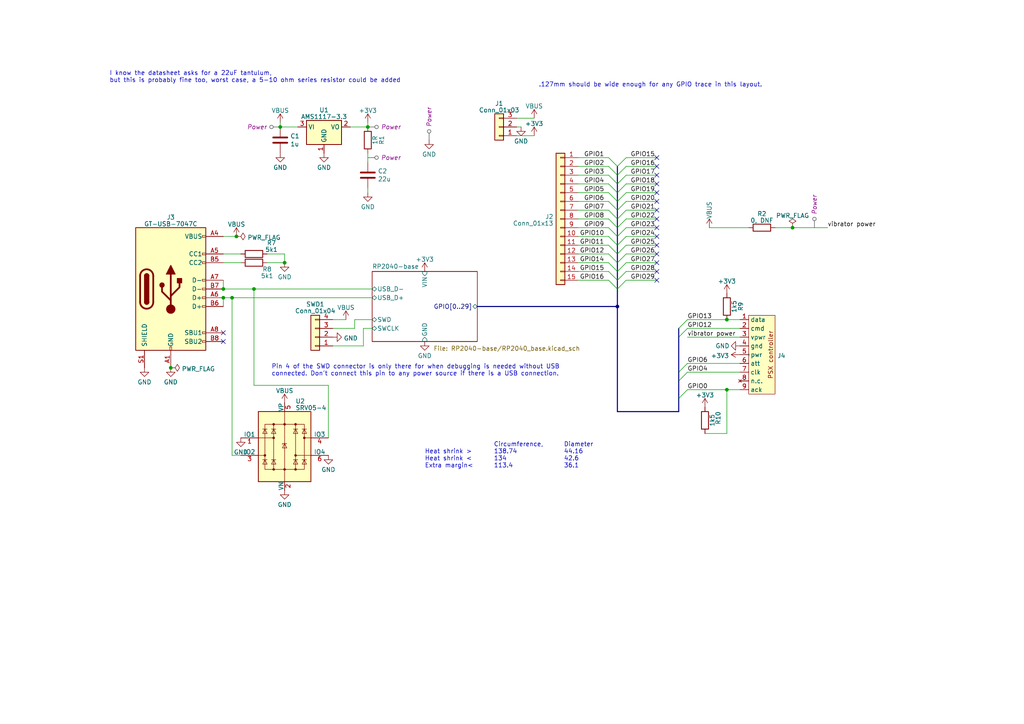
<source format=kicad_sch>
(kicad_sch (version 20230121) (generator eeschema)
  (paper "A4")
  (title_block (title "playstation adapter") (date "2023-07-30") (rev "0.9") (company "git@github.com:TT-392/playstation_adapter.git"))
  (lib_symbols
    (symbol "Connector:USB_C_Receptacle_USB2.0" (pin_names (offset 1.016))
      (property "Reference" "J" (at -10.16 19.05 0))
      (property "Value" "USB_C_Receptacle_USB2.0" (at 19.05 19.05 0))
      (symbol "USB_C_Receptacle_USB2.0_0_0"
        (rectangle (start -0.254 -17.78) (end 0.254 -16.764))
        (rectangle (start 10.16 -14.986) (end 9.144 -15.494))
        (rectangle (start 10.16 -12.446) (end 9.144 -12.954))
        (rectangle (start 10.16 -4.826) (end 9.144 -5.334))
        (rectangle (start 10.16 -2.286) (end 9.144 -2.794))
        (rectangle (start 10.16 0.254) (end 9.144 -0.254))
        (rectangle (start 10.16 2.794) (end 9.144 2.286))
        (rectangle (start 10.16 7.874) (end 9.144 7.366))
        (rectangle (start 10.16 10.414) (end 9.144 9.906))
        (rectangle (start 10.16 15.494) (end 9.144 14.986))
      )
      (symbol "USB_C_Receptacle_USB2.0_0_1"
        (rectangle (start -10.16 17.78) (end 10.16 -17.78) (stroke (width 0.254)) (fill (type background)))
        (arc (start -8.89 -3.81) (mid -6.985 -5.7067) (end -5.08 -3.81) (stroke (width 0.508)))
        (arc (start -7.62 -3.81) (mid -6.985 -4.4423) (end -6.35 -3.81) (stroke (width 0.254)))
        (arc (start -7.62 -3.81) (mid -6.985 -4.4423) (end -6.35 -3.81) (stroke (width 0.254)) (fill (type outline)))
        (rectangle (start -7.62 -3.81) (end -6.35 3.81) (stroke (width 0.254)) (fill (type outline)))
        (arc (start -6.35 3.81) (mid -6.985 4.4423) (end -7.62 3.81) (stroke (width 0.254)))
        (arc (start -6.35 3.81) (mid -6.985 4.4423) (end -7.62 3.81) (stroke (width 0.254)) (fill (type outline)))
        (arc (start -5.08 3.81) (mid -6.985 5.7067) (end -8.89 3.81) (stroke (width 0.508)))
        (circle (center -2.54 1.143) (radius 0.635) (stroke (width 0.254)) (fill (type outline)))
        (circle (center 0 -5.842) (radius 1.27) (fill (type outline)))
        (polyline (pts (xy -8.89 -3.81) (xy -8.89 3.81)) (stroke (width 0.508)))
        (polyline (pts (xy -5.08 3.81) (xy -5.08 -3.81)) (stroke (width 0.508)))
        (polyline (pts (xy 0 -5.842) (xy 0 4.318)) (stroke (width 0.508)))
        (polyline (pts (xy 0 -3.302) (xy -2.54 -0.762) (xy -2.54 0.508)) (stroke (width 0.508)))
        (polyline (pts (xy 0 -2.032) (xy 2.54 0.508) (xy 2.54 1.778)) (stroke (width 0.508)))
        (polyline (pts (xy -1.27 4.318) (xy 0 6.858) (xy 1.27 4.318) (xy -1.27 4.318)) (stroke (width 0.254)) (fill (type outline)))
        (rectangle (start 1.905 1.778) (end 3.175 3.048) (stroke (width 0.254)) (fill (type outline)))
      )
      (symbol "USB_C_Receptacle_USB2.0_1_1"
        (pin passive line (at 0 -22.86 90) (length 5.08) (name "GND") (number "A1"))
        (pin passive line (at 0 -22.86 90) (length 5.08) hide (name "GND") (number "A12"))
        (pin passive line (at 15.24 15.24 180) (length 5.08) (name "VBUS") (number "A4"))
        (pin bidirectional line (at 15.24 10.16 180) (length 5.08) (name "CC1") (number "A5"))
        (pin bidirectional line (at 15.24 -2.54 180) (length 5.08) (name "D+") (number "A6"))
        (pin bidirectional line (at 15.24 2.54 180) (length 5.08) (name "D-") (number "A7"))
        (pin bidirectional line (at 15.24 -12.7 180) (length 5.08) (name "SBU1") (number "A8"))
        (pin passive line (at 15.24 15.24 180) (length 5.08) hide (name "VBUS") (number "A9"))
        (pin passive line (at 0 -22.86 90) (length 5.08) hide (name "GND") (number "B1"))
        (pin passive line (at 0 -22.86 90) (length 5.08) hide (name "GND") (number "B12"))
        (pin passive line (at 15.24 15.24 180) (length 5.08) hide (name "VBUS") (number "B4"))
        (pin bidirectional line (at 15.24 7.62 180) (length 5.08) (name "CC2") (number "B5"))
        (pin bidirectional line (at 15.24 -5.08 180) (length 5.08) (name "D+") (number "B6"))
        (pin bidirectional line (at 15.24 0 180) (length 5.08) (name "D-") (number "B7"))
        (pin bidirectional line (at 15.24 -15.24 180) (length 5.08) (name "SBU2") (number "B8"))
        (pin passive line (at 15.24 15.24 180) (length 5.08) hide (name "VBUS") (number "B9"))
        (pin passive line (at -7.62 -22.86 90) (length 5.08) (name "SHIELD") (number "S1"))
      )
    )
    (symbol "Connector_Generic:Conn_01x03" (pin_names (offset 1.016) hide)
      (property "Reference" "J" (at 0 5.08 0))
      (property "Value" "Conn_01x03" (at 0 -5.08 0))
      (symbol "Conn_01x03_1_1"
        (rectangle (start -1.27 -2.413) (end 0 -2.667) (stroke (width 0.1524)))
        (rectangle (start -1.27 0.127) (end 0 -0.127) (stroke (width 0.1524)))
        (rectangle (start -1.27 2.667) (end 0 2.413) (stroke (width 0.1524)))
        (rectangle (start -1.27 3.81) (end 1.27 -3.81) (stroke (width 0.254)) (fill (type background)))
        (pin passive line (at -5.08 2.54 0) (length 3.81) (name "Pin_1") (number "1"))
        (pin passive line (at -5.08 0 0) (length 3.81) (name "Pin_2") (number "2"))
        (pin passive line (at -5.08 -2.54 0) (length 3.81) (name "Pin_3") (number "3"))
      )
    )
    (symbol "Connector_Generic:Conn_01x04" (pin_names (offset 1.016) hide)
      (property "Reference" "J" (at 0 5.08 0))
      (property "Value" "Conn_01x04" (at 0 -7.62 0))
      (symbol "Conn_01x04_1_1"
        (rectangle (start -1.27 -4.953) (end 0 -5.207) (stroke (width 0.1524)))
        (rectangle (start -1.27 -2.413) (end 0 -2.667) (stroke (width 0.1524)))
        (rectangle (start -1.27 0.127) (end 0 -0.127) (stroke (width 0.1524)))
        (rectangle (start -1.27 2.667) (end 0 2.413) (stroke (width 0.1524)))
        (rectangle (start -1.27 3.81) (end 1.27 -6.35) (stroke (width 0.254)) (fill (type background)))
        (pin passive line (at -5.08 2.54 0) (length 3.81) (name "Pin_1") (number "1"))
        (pin passive line (at -5.08 0 0) (length 3.81) (name "Pin_2") (number "2"))
        (pin passive line (at -5.08 -2.54 0) (length 3.81) (name "Pin_3") (number "3"))
        (pin passive line (at -5.08 -5.08 0) (length 3.81) (name "Pin_4") (number "4"))
      )
    )
    (symbol "Connector_Generic:Conn_01x15" (pin_names (offset 1.016) hide)
      (property "Reference" "J" (at 0 20.32 0))
      (property "Value" "Conn_01x15" (at 0 -20.32 0))
      (symbol "Conn_01x15_1_1"
        (rectangle (start -1.27 -17.653) (end 0 -17.907) (stroke (width 0.1524)))
        (rectangle (start -1.27 -15.113) (end 0 -15.367) (stroke (width 0.1524)))
        (rectangle (start -1.27 -12.573) (end 0 -12.827) (stroke (width 0.1524)))
        (rectangle (start -1.27 -10.033) (end 0 -10.287) (stroke (width 0.1524)))
        (rectangle (start -1.27 -7.493) (end 0 -7.747) (stroke (width 0.1524)))
        (rectangle (start -1.27 -4.953) (end 0 -5.207) (stroke (width 0.1524)))
        (rectangle (start -1.27 -2.413) (end 0 -2.667) (stroke (width 0.1524)))
        (rectangle (start -1.27 0.127) (end 0 -0.127) (stroke (width 0.1524)))
        (rectangle (start -1.27 2.667) (end 0 2.413) (stroke (width 0.1524)))
        (rectangle (start -1.27 5.207) (end 0 4.953) (stroke (width 0.1524)))
        (rectangle (start -1.27 7.747) (end 0 7.493) (stroke (width 0.1524)))
        (rectangle (start -1.27 10.287) (end 0 10.033) (stroke (width 0.1524)))
        (rectangle (start -1.27 12.827) (end 0 12.573) (stroke (width 0.1524)))
        (rectangle (start -1.27 15.367) (end 0 15.113) (stroke (width 0.1524)))
        (rectangle (start -1.27 17.907) (end 0 17.653) (stroke (width 0.1524)))
        (rectangle (start -1.27 19.05) (end 1.27 -19.05) (stroke (width 0.254)) (fill (type background)))
        (pin passive line (at -5.08 17.78 0) (length 3.81) (name "Pin_1") (number "1"))
        (pin passive line (at -5.08 -5.08 0) (length 3.81) (name "Pin_10") (number "10"))
        (pin passive line (at -5.08 -7.62 0) (length 3.81) (name "Pin_11") (number "11"))
        (pin passive line (at -5.08 -10.16 0) (length 3.81) (name "Pin_12") (number "12"))
        (pin passive line (at -5.08 -12.7 0) (length 3.81) (name "Pin_13") (number "13"))
        (pin passive line (at -5.08 -15.24 0) (length 3.81) (name "Pin_14") (number "14"))
        (pin passive line (at -5.08 -17.78 0) (length 3.81) (name "Pin_15") (number "15"))
        (pin passive line (at -5.08 15.24 0) (length 3.81) (name "Pin_2") (number "2"))
        (pin passive line (at -5.08 12.7 0) (length 3.81) (name "Pin_3") (number "3"))
        (pin passive line (at -5.08 10.16 0) (length 3.81) (name "Pin_4") (number "4"))
        (pin passive line (at -5.08 7.62 0) (length 3.81) (name "Pin_5") (number "5"))
        (pin passive line (at -5.08 5.08 0) (length 3.81) (name "Pin_6") (number "6"))
        (pin passive line (at -5.08 2.54 0) (length 3.81) (name "Pin_7") (number "7"))
        (pin passive line (at -5.08 0 0) (length 3.81) (name "Pin_8") (number "8"))
        (pin passive line (at -5.08 -2.54 0) (length 3.81) (name "Pin_9") (number "9"))
      )
    )
    (symbol "Device:C" (pin_numbers hide) (pin_names (offset 0.254))
      (property "Reference" "C" (at 0.635 2.54 0))
      (property "Value" "C" (at 0.635 -2.54 0))
      (symbol "C_0_1"
        (polyline (pts (xy -2.032 -0.762) (xy 2.032 -0.762)) (stroke (width 0.508)))
        (polyline (pts (xy -2.032 0.762) (xy 2.032 0.762)) (stroke (width 0.508)))
      )
      (symbol "C_1_1"
        (pin passive line (at 0 3.81 270) (length 2.794) (name "~") (number "1"))
        (pin passive line (at 0 -3.81 90) (length 2.794) (name "~") (number "2"))
      )
    )
    (symbol "Device:R" (pin_numbers hide) (pin_names (offset 0))
      (property "Reference" "R" (at 2.032 0 90))
      (property "Value" "R" (at 0 0 90))
      (symbol "R_0_1"
        (rectangle (start -1.016 -2.54) (end 1.016 2.54) (stroke (width 0.254)))
      )
      (symbol "R_1_1"
        (pin passive line (at 0 3.81 270) (length 1.27) (name "~") (number "1"))
        (pin passive line (at 0 -3.81 90) (length 1.27) (name "~") (number "2"))
      )
    )
    (symbol "Power_Protection:SRV05-4" (pin_names (offset 0))
      (property "Reference" "U" (at -5.08 11.43 0))
      (property "Value" "SRV05-4" (at 2.54 11.43 0))
      (symbol "SRV05-4_0_0"
        (rectangle (start -5.715 6.477) (end 5.715 -6.604))
        (polyline (pts (xy -3.175 -6.604) (xy -3.175 6.477)))
        (polyline (pts (xy 3.175 6.477) (xy 3.175 -6.604)))
      )
      (symbol "SRV05-4_0_1"
        (rectangle (start -7.62 10.16) (end 7.62 -10.16) (stroke (width 0.254)) (fill (type background)))
        (circle (center -5.715 -2.54) (radius 0.2794) (fill (type outline)))
        (circle (center -3.175 -6.604) (radius 0.2794) (fill (type outline)))
        (circle (center -3.175 2.54) (radius 0.2794) (fill (type outline)))
        (circle (center -3.175 6.477) (radius 0.2794) (fill (type outline)))
        (circle (center 0 -6.604) (radius 0.2794) (fill (type outline)))
        (polyline (pts (xy -7.747 2.54) (xy -3.175 2.54)))
        (polyline (pts (xy -7.62 -2.54) (xy -5.715 -2.54)))
        (polyline (pts (xy -5.08 -3.81) (xy -6.35 -3.81)))
        (polyline (pts (xy -5.08 5.08) (xy -6.35 5.08)))
        (polyline (pts (xy -2.54 -3.81) (xy -3.81 -3.81)))
        (polyline (pts (xy -2.54 5.08) (xy -3.81 5.08)))
        (polyline (pts (xy 0 10.16) (xy 0 -10.16)))
        (polyline (pts (xy 3.81 -3.81) (xy 2.54 -3.81)))
        (polyline (pts (xy 3.81 5.08) (xy 2.54 5.08)))
        (polyline (pts (xy 6.35 -3.81) (xy 5.08 -3.81)))
        (polyline (pts (xy 6.35 5.08) (xy 5.08 5.08)))
        (polyline (pts (xy 7.62 -2.54) (xy 3.175 -2.54)))
        (polyline (pts (xy 7.62 2.54) (xy 5.715 2.54)))
        (polyline (pts (xy 0.635 0.889) (xy -0.635 0.889) (xy -0.635 0.635)))
        (polyline (pts (xy -5.08 -5.08) (xy -6.35 -5.08) (xy -5.715 -3.81) (xy -5.08 -5.08)))
        (polyline (pts (xy -5.08 3.81) (xy -6.35 3.81) (xy -5.715 5.08) (xy -5.08 3.81)))
        (polyline (pts (xy -2.54 -5.08) (xy -3.81 -5.08) (xy -3.175 -3.81) (xy -2.54 -5.08)))
        (polyline (pts (xy -2.54 3.81) (xy -3.81 3.81) (xy -3.175 5.08) (xy -2.54 3.81)))
        (polyline (pts (xy 0.635 -0.381) (xy -0.635 -0.381) (xy 0 0.889) (xy 0.635 -0.381)))
        (polyline (pts (xy 3.81 -5.08) (xy 2.54 -5.08) (xy 3.175 -3.81) (xy 3.81 -5.08)))
        (polyline (pts (xy 3.81 3.81) (xy 2.54 3.81) (xy 3.175 5.08) (xy 3.81 3.81)))
        (polyline (pts (xy 6.35 -5.08) (xy 5.08 -5.08) (xy 5.715 -3.81) (xy 6.35 -5.08)))
        (polyline (pts (xy 6.35 3.81) (xy 5.08 3.81) (xy 5.715 5.08) (xy 6.35 3.81)))
        (circle (center 0 6.477) (radius 0.2794) (fill (type outline)))
        (circle (center 3.175 -6.604) (radius 0.2794) (fill (type outline)))
        (circle (center 3.175 -2.54) (radius 0.2794) (fill (type outline)))
        (circle (center 3.175 6.477) (radius 0.2794) (fill (type outline)))
        (circle (center 5.715 2.54) (radius 0.2794) (fill (type outline)))
      )
      (symbol "SRV05-4_1_1"
        (pin passive line (at -12.7 2.54 0) (length 5.08) (name "IO1") (number "1"))
        (pin passive line (at 0 -12.7 90) (length 2.54) (name "VN") (number "2"))
        (pin passive line (at -12.7 -2.54 0) (length 5.08) (name "IO2") (number "3"))
        (pin passive line (at 12.7 2.54 180) (length 5.08) (name "IO3") (number "4"))
        (pin passive line (at 0 12.7 270) (length 2.54) (name "VP") (number "5"))
        (pin passive line (at 12.7 -2.54 180) (length 5.08) (name "IO4") (number "6"))
      )
    )
    (symbol "Regulator_Linear:AMS1117-3.3"
      (property "Reference" "U" (at -3.81 3.175 0))
      (property "Value" "AMS1117-3.3" (at 0 3.175 0))
      (symbol "AMS1117-3.3_0_1"
        (rectangle (start -5.08 -5.08) (end 5.08 1.905) (stroke (width 0.254)) (fill (type background)))
      )
      (symbol "AMS1117-3.3_1_1"
        (pin power_in line (at 0 -7.62 90) (length 2.54) (name "GND") (number "1"))
        (pin power_out line (at 7.62 0 180) (length 2.54) (name "VO") (number "2"))
        (pin power_in line (at -7.62 0 0) (length 2.54) (name "VI") (number "3"))
      )
    )
    (symbol "playstation_adapter:PSX_port"
      (property "Reference" "J" (at 0 8.89 0))
      (symbol "PSX_port_1_1"
        (rectangle (start -11.43 7.62) (end 11.43 0) (fill (type background)))
        (text "PSX controller" (at 0 6.35 0) (effects (font (size 1.27 1.27))))
        (pin open_collector line (at -10.16 -2.54 90) (length 2.54) (name "data") (number "1"))
        (pin output line (at -7.62 -2.54 90) (length 2.54) (name "cmd") (number "2"))
        (pin power_in line (at -5.08 -2.54 90) (length 2.54) (name "vpwr") (number "3"))
        (pin power_in line (at -2.54 -2.54 90) (length 2.54) (name "gnd") (number "4"))
        (pin power_in line (at 0 -2.54 90) (length 2.54) (name "pwr") (number "5"))
        (pin input line (at 2.54 -2.54 90) (length 2.54) (name "att") (number "6"))
        (pin input line (at 5.08 -2.54 90) (length 2.54) (name "clk") (number "7"))
        (pin no_connect line (at 7.62 -2.54 90) (length 2.54) (name "n.c.") (number "8"))
        (pin open_collector line (at 10.16 -2.54 90) (length 2.54) (name "ack") (number "9"))
      )
    )
    (symbol "power:+3V3" (power) (pin_names (offset 0))
      (property "Value" "+3V3" (at 0 3.556 0))
      (symbol "+3V3_0_1"
        (polyline (pts (xy -0.762 1.27) (xy 0 2.54)))
        (polyline (pts (xy 0 0) (xy 0 2.54)))
        (polyline (pts (xy 0 2.54) (xy 0.762 1.27)))
      )
      (symbol "+3V3_1_1"
        (pin power_in line (at 0 0 90) (length 0) hide (name "+3V3") (number "1"))
      )
    )
    (symbol "power:GND" (power) (pin_names (offset 0))
      (property "Value" "GND" (at 0 -3.81 0))
      (symbol "GND_0_1"
        (polyline (pts (xy 0 0) (xy 0 -1.27) (xy 1.27 -1.27) (xy 0 -2.54) (xy -1.27 -1.27) (xy 0 -1.27)))
      )
      (symbol "GND_1_1"
        (pin power_in line (at 0 0 270) (length 0) hide (name "GND") (number "1"))
      )
    )
    (symbol "power:PWR_FLAG" (power) (pin_numbers hide) (pin_names (offset 0) hide)
      (property "Value" "PWR_FLAG" (at 0 3.81 0))
      (symbol "PWR_FLAG_0_0"
        (pin power_out line (at 0 0 90) (length 0) (name "pwr") (number "1"))
      )
      (symbol "PWR_FLAG_0_1"
        (polyline (pts (xy 0 0) (xy 0 1.27) (xy -1.016 1.905) (xy 0 2.54) (xy 1.016 1.905) (xy 0 1.27)))
      )
    )
    (symbol "power:VBUS" (power) (pin_names (offset 0))
      (property "Value" "VBUS" (at 0 3.81 0))
      (symbol "VBUS_0_1"
        (polyline (pts (xy -0.762 1.27) (xy 0 2.54)))
        (polyline (pts (xy 0 0) (xy 0 2.54)))
        (polyline (pts (xy 0 2.54) (xy 0.762 1.27)))
      )
      (symbol "VBUS_1_1"
        (pin power_in line (at 0 0 90) (length 0) hide (name "VBUS") (number "1"))
      )
    )
  )
  (junction (at 49.53 106.68))
  (junction (at 67.31 86.36))
  (junction (at 81.28 36.83))
  (junction (at 73.66 83.82))
  (junction (at 64.77 86.36))
  (junction (at 179.07 88.9))
  (junction (at 82.55 76.2))
  (junction (at 229.87 66.04))
  (junction (at 68.58 68.58))
  (junction (at 64.77 83.82))
  (junction (at 210.82 92.71))
  (junction (at 106.68 36.83))
  (junction (at 210.82 113.03))
  (no_connect (at 190.5 78.74))
  (no_connect (at 190.5 58.42))
  (no_connect (at 190.5 50.8))
  (no_connect (at 64.77 99.06))
  (no_connect (at 190.5 45.72))
  (no_connect (at 190.5 76.2))
  (no_connect (at 190.5 53.34))
  (no_connect (at 190.5 71.12))
  (no_connect (at 190.5 55.88))
  (no_connect (at 190.5 66.04))
  (no_connect (at 64.77 96.52))
  (no_connect (at 190.5 73.66))
  (no_connect (at 190.5 81.28))
  (no_connect (at 190.5 63.5))
  (no_connect (at 190.5 68.58))
  (no_connect (at 190.5 48.26))
  (no_connect (at 190.5 60.96))
  (bus_entry (at 181.61 68.58) (size -2.54 2.54))
  (bus_entry (at 176.53 60.96) (size 2.54 2.54))
  (bus_entry (at 181.61 81.28) (size -2.54 2.54))
  (bus_entry (at 176.53 81.28) (size 2.54 2.54))
  (bus_entry (at 176.53 53.34) (size 2.54 2.54))
  (bus_entry (at 196.85 107.95) (size 2.54 -2.54))
  (bus_entry (at 181.61 45.72) (size -2.54 2.54))
  (bus_entry (at 176.53 63.5) (size 2.54 2.54))
  (bus_entry (at 176.53 73.66) (size 2.54 2.54))
  (bus_entry (at 196.85 95.25) (size 2.54 -2.54))
  (bus_entry (at 181.61 63.5) (size -2.54 2.54))
  (bus_entry (at 181.61 60.96) (size -2.54 2.54))
  (bus_entry (at 176.53 78.74) (size 2.54 2.54))
  (bus_entry (at 181.61 73.66) (size -2.54 2.54))
  (bus_entry (at 181.61 50.8) (size -2.54 2.54))
  (bus_entry (at 176.53 66.04) (size 2.54 2.54))
  (bus_entry (at 176.53 71.12) (size 2.54 2.54))
  (bus_entry (at 176.53 68.58) (size 2.54 2.54))
  (bus_entry (at 176.53 55.88) (size 2.54 2.54))
  (bus_entry (at 181.61 48.26) (size -2.54 2.54))
  (bus_entry (at 181.61 55.88) (size -2.54 2.54))
  (bus_entry (at 196.85 110.49) (size 2.54 -2.54))
  (bus_entry (at 181.61 78.74) (size -2.54 2.54))
  (bus_entry (at 181.61 53.34) (size -2.54 2.54))
  (bus_entry (at 176.53 58.42) (size 2.54 2.54))
  (bus_entry (at 176.53 50.8) (size 2.54 2.54))
  (bus_entry (at 181.61 58.42) (size -2.54 2.54))
  (bus_entry (at 181.61 76.2) (size -2.54 2.54))
  (bus_entry (at 181.61 66.04) (size -2.54 2.54))
  (bus_entry (at 176.53 45.72) (size 2.54 2.54))
  (bus_entry (at 176.53 48.26) (size 2.54 2.54))
  (bus_entry (at 176.53 76.2) (size 2.54 2.54))
  (bus_entry (at 196.85 115.57) (size 2.54 -2.54))
  (bus_entry (at 196.85 97.79) (size 2.54 -2.54))
  (bus_entry (at 181.61 71.12) (size -2.54 2.54))
  (wire (pts (xy 64.77 86.36) (xy 64.77 88.9)))
  (wire (pts (xy 106.68 35.56) (xy 106.68 36.83)))
  (bus (pts (xy 179.07 78.74) (xy 179.07 81.28)))
  (bus (pts (xy 179.07 58.42) (xy 179.07 60.96)))
  (bus (pts (xy 196.85 107.95) (xy 196.85 110.49)))
  (bus (pts (xy 179.07 88.9) (xy 179.07 119.38)))
  (wire (pts (xy 181.61 66.04) (xy 190.5 66.04)))
  (wire (pts (xy 167.64 71.12) (xy 176.53 71.12)))
  (wire (pts (xy 181.61 71.12) (xy 190.5 71.12)))
  (wire (pts (xy 224.79 66.04) (xy 229.87 66.04)))
  (bus (pts (xy 179.07 68.58) (xy 179.07 71.12)))
  (wire (pts (xy 106.68 36.83) (xy 101.6 36.83)))
  (wire (pts (xy 73.66 83.82) (xy 73.66 111.76)))
  (wire (pts (xy 210.82 113.03) (xy 214.63 113.03)))
  (wire (pts (xy 181.61 73.66) (xy 190.5 73.66)))
  (wire (pts (xy 181.61 48.26) (xy 190.5 48.26)))
  (wire (pts (xy 181.61 50.8) (xy 190.5 50.8)))
  (wire (pts (xy 102.87 95.25) (xy 102.87 92.71)))
  (wire (pts (xy 199.39 107.95) (xy 214.63 107.95)))
  (wire (pts (xy 181.61 68.58) (xy 190.5 68.58)))
  (wire (pts (xy 181.61 58.42) (xy 190.5 58.42)))
  (bus (pts (xy 196.85 95.25) (xy 196.85 97.79)))
  (wire (pts (xy 181.61 76.2) (xy 190.5 76.2)))
  (wire (pts (xy 64.77 73.66) (xy 69.85 73.66)))
  (wire (pts (xy 64.77 76.2) (xy 69.85 76.2)))
  (wire (pts (xy 181.61 53.34) (xy 190.5 53.34)))
  (wire (pts (xy 105.41 100.33) (xy 96.52 100.33)))
  (wire (pts (xy 106.68 46.99) (xy 106.68 44.45)))
  (bus (pts (xy 196.85 97.79) (xy 196.85 107.95)))
  (wire (pts (xy 77.47 76.2) (xy 82.55 76.2)))
  (bus (pts (xy 138.43 88.9) (xy 179.07 88.9)))
  (wire (pts (xy 67.31 86.36) (xy 107.95 86.36)))
  (wire (pts (xy 167.64 60.96) (xy 176.53 60.96)))
  (wire (pts (xy 167.64 73.66) (xy 176.53 73.66)))
  (bus (pts (xy 179.07 83.82) (xy 179.07 88.9)))
  (wire (pts (xy 96.52 95.25) (xy 102.87 95.25)))
  (wire (pts (xy 67.31 86.36) (xy 67.31 132.08)))
  (bus (pts (xy 179.07 81.28) (xy 179.07 83.82)))
  (wire (pts (xy 199.39 105.41) (xy 214.63 105.41)))
  (wire (pts (xy 181.61 60.96) (xy 190.5 60.96)))
  (wire (pts (xy 167.64 53.34) (xy 176.53 53.34)))
  (wire (pts (xy 64.77 86.36) (xy 67.31 86.36)))
  (wire (pts (xy 167.64 58.42) (xy 176.53 58.42)))
  (bus (pts (xy 179.07 76.2) (xy 179.07 78.74)))
  (bus (pts (xy 179.07 63.5) (xy 179.07 66.04)))
  (bus (pts (xy 179.07 119.38) (xy 196.85 119.38)))
  (bus (pts (xy 196.85 115.57) (xy 196.85 119.38)))
  (wire (pts (xy 199.39 97.79) (xy 214.63 97.79)))
  (bus (pts (xy 179.07 50.8) (xy 179.07 53.34)))
  (wire (pts (xy 102.87 92.71) (xy 107.95 92.71)))
  (wire (pts (xy 181.61 63.5) (xy 190.5 63.5)))
  (bus (pts (xy 179.07 60.96) (xy 179.07 63.5)))
  (wire (pts (xy 199.39 95.25) (xy 214.63 95.25)))
  (wire (pts (xy 149.86 36.83) (xy 151.13 36.83)))
  (wire (pts (xy 167.64 50.8) (xy 176.53 50.8)))
  (wire (pts (xy 106.68 55.88) (xy 106.68 54.61)))
  (wire (pts (xy 181.61 78.74) (xy 190.5 78.74)))
  (wire (pts (xy 149.86 34.29) (xy 154.94 34.29)))
  (wire (pts (xy 107.95 95.25) (xy 105.41 95.25)))
  (bus (pts (xy 179.07 53.34) (xy 179.07 55.88)))
  (wire (pts (xy 210.82 92.71) (xy 214.63 92.71)))
  (wire (pts (xy 68.58 68.58) (xy 64.77 68.58)))
  (wire (pts (xy 64.77 83.82) (xy 73.66 83.82)))
  (wire (pts (xy 167.64 76.2) (xy 176.53 76.2)))
  (wire (pts (xy 149.86 39.37) (xy 154.94 39.37)))
  (wire (pts (xy 167.64 55.88) (xy 176.53 55.88)))
  (bus (pts (xy 196.85 110.49) (xy 196.85 115.57)))
  (wire (pts (xy 199.39 92.71) (xy 210.82 92.71)))
  (wire (pts (xy 167.64 81.28) (xy 176.53 81.28)))
  (bus (pts (xy 179.07 48.26) (xy 179.07 50.8)))
  (wire (pts (xy 167.64 63.5) (xy 176.53 63.5)))
  (wire (pts (xy 95.25 127) (xy 95.25 111.76)))
  (wire (pts (xy 64.77 81.28) (xy 64.77 83.82)))
  (wire (pts (xy 86.36 36.83) (xy 81.28 36.83)))
  (bus (pts (xy 179.07 55.88) (xy 179.07 58.42)))
  (wire (pts (xy 181.61 45.72) (xy 190.5 45.72)))
  (wire (pts (xy 82.55 73.66) (xy 82.55 76.2)))
  (wire (pts (xy 73.66 83.82) (xy 107.95 83.82)))
  (bus (pts (xy 179.07 66.04) (xy 179.07 68.58)))
  (wire (pts (xy 105.41 95.25) (xy 105.41 100.33)))
  (wire (pts (xy 67.31 132.08) (xy 69.85 132.08)))
  (wire (pts (xy 210.82 113.03) (xy 210.82 125.73)))
  (wire (pts (xy 167.64 68.58) (xy 176.53 68.58)))
  (wire (pts (xy 210.82 125.73) (xy 204.47 125.73)))
  (wire (pts (xy 167.64 48.26) (xy 176.53 48.26)))
  (wire (pts (xy 205.74 66.04) (xy 217.17 66.04)))
  (wire (pts (xy 181.61 55.88) (xy 190.5 55.88)))
  (wire (pts (xy 229.87 66.04) (xy 240.03 66.04)))
  (wire (pts (xy 81.28 36.83) (xy 81.28 35.56)))
  (wire (pts (xy 82.55 73.66) (xy 77.47 73.66)))
  (wire (pts (xy 199.39 113.03) (xy 210.82 113.03)))
  (bus (pts (xy 179.07 73.66) (xy 179.07 76.2)))
  (wire (pts (xy 167.64 66.04) (xy 176.53 66.04)))
  (wire (pts (xy 95.25 111.76) (xy 73.66 111.76)))
  (wire (pts (xy 181.61 81.28) (xy 190.5 81.28)))
  (wire (pts (xy 96.52 92.71) (xy 100.33 92.71)))
  (wire (pts (xy 167.64 45.72) (xy 176.53 45.72)))
  (wire (pts (xy 167.64 78.74) (xy 176.53 78.74)))
  (bus (pts (xy 179.07 71.12) (xy 179.07 73.66)))
  (text "Pin 4 of the SWD connector is only there for when debugging is needed without USB\nconnected. Don't connect this pin to any power source if there is a USB connection." (at 78.74 109.22 0) (effects (font (size 1.27 1.27)) (justify left bottom)))
  (text "			  	Circumference,	Diameter\nHeat shrink >	138.74			44.16\nHeat shrink < 	134				42.6\nExtra margin<	113.4			36.1" (at 123.19 135.89 0) (effects (font (size 1.27 1.27)) (justify left bottom)))
  (text "I know the datasheet asks for a 22uF tantulum,\nbut this is probably fine too, worst case, a 5-10 ohm series resistor could be added" (at 31.75 24.13 0) (effects (font (size 1.27 1.27)) (justify left bottom)))
  (text ".127mm should be wide enough for any GPIO trace in this layout." (at 156.21 25.4 0) (effects (font (size 1.27 1.27)) (justify left bottom)))
  (label "GPIO2" (at 175.26 48.26 180))
  (label "GPIO5" (at 175.26 55.88 180))
  (label "GPIO28" (at 182.88 78.74 0))
  (label "GPIO12" (at 175.26 73.66 180))
  (label "GPIO20" (at 182.88 58.42 0))
  (label "GPIO22" (at 182.88 63.5 0))
  (label "GPIO0" (at 199.39 113.03 0))
  (label "GPIO1" (at 175.26 45.72 180))
  (label "GPIO3" (at 175.26 50.8 180))
  (label "GPIO15" (at 175.26 78.74 180))
  (label "GPIO6" (at 175.26 58.42 180))
  (label "GPIO27" (at 182.88 76.2 0))
  (label "GPIO12" (at 199.39 95.25 0))
  (label "vibrator power" (at 240.03 66.04 0))
  (label "GPIO25" (at 182.88 71.12 0))
  (label "GPIO4" (at 175.26 53.34 180))
  (label "GPIO11" (at 175.26 71.12 180))
  (label "GPIO15" (at 182.88 45.72 0))
  (label "GPIO10" (at 175.26 68.58 180))
  (label "GPIO29" (at 182.88 81.28 0))
  (label "GPIO21" (at 182.88 60.96 0))
  (label "GPIO16" (at 182.88 48.26 0))
  (label "GPIO9" (at 175.26 66.04 180))
  (label "GPIO4" (at 199.39 107.95 0))
  (label "GPIO18" (at 182.88 53.34 0))
  (label "GPIO23" (at 182.88 66.04 0))
  (label "vibrator power" (at 199.39 97.79 0))
  (label "GPIO16" (at 175.26 81.28 180))
  (label "GPIO17" (at 182.88 50.8 0))
  (label "GPIO8" (at 175.26 63.5 180))
  (label "GPIO13" (at 199.39 92.71 0))
  (label "GPIO19" (at 182.88 55.88 0))
  (label "GPIO14" (at 175.26 76.2 180))
  (label "GPIO24" (at 182.88 68.58 0))
  (label "GPIO6" (at 199.39 105.41 0))
  (label "GPIO26" (at 182.88 73.66 0))
  (label "GPIO7" (at 175.26 60.96 180))
  (netclass_flag "" (length 2.54) (shape round) (at 81.28 36.83 90) (property "Netclass" "Power" (at 77.47 36.83 0) (effects (font italic) (justify right))))
  (netclass_flag "" (length 2.54) (shape round) (at 106.68 36.83 270) (property "Netclass" "Power" (at 110.49 36.83 0) (effects (font italic) (justify left))))
  (netclass_flag "" (length 2.54) (shape round) (at 106.68 45.72 270) (property "Netclass" "Power" (at 110.49 45.72 0) (effects (font italic) (justify left))))
  (netclass_flag "" (length 2.54) (shape round) (at 236.22 66.04 0) (property "Netclass" "Power" (at 236.22 62.23 90) (effects (font italic) (justify left))))
  (netclass_flag "" (length 2.54) (shape round) (at 124.46 40.64 0) (property "Netclass" "Power" (at 124.46 36.83 90) (effects (font italic) (justify left))))
  (symbol (lib_id "power:VBUS") (at 205.74 66.04 0) (unit 1)
    (property "Reference" "#PWR010" (effects hide))
    (property "Value" "VBUS" (at 205.74 60.96 90))
  )
  (symbol (lib_id "power:VBUS") (at 100.33 92.71 0) (unit 1)
    (property "Reference" "#PWR015" (effects hide))
    (property "Value" "VBUS" (at 100.33 89.2081 0))
  )
  (symbol (lib_id "playstation_adapter:PSX_port") (at 217.17 102.87 270) (unit 1)
    (property "Reference" "J4" (at 225.425 103.1868 90) (effects (justify left)))
    (property "Value" "~" (at 217.17 102.87 0))
    (property "Footprint" "footprints:PSX port" (effects hide))
  )
  (symbol (lib_id "Connector_Generic:Conn_01x04") (at 91.44 97.79 180) (unit 1)
    (property "Reference" "SWD1" (at 91.44 88.249 0))
    (property "Value" "Conn_01x04" (at 91.44 90.17 0))
    (property "Footprint" "footprints:REDFIT 4 pin" (effects hide))
  )
  (symbol (lib_id "power:+3V3") (at 204.47 118.11 0) (unit 1)
    (property "Reference" "#PWR023" (effects hide))
    (property "Value" "+3V3" (at 204.47 114.6081 0))
  )
  (symbol (lib_id "power:GND") (at 69.85 127 0) (unit 1)
    (property "Reference" "#PWR024" (effects hide))
    (property "Value" "GND" (at 69.85 131.1355 0))
  )
  (symbol (lib_id "power:GND") (at 95.25 132.08 0) (unit 1)
    (property "Reference" "#PWR025" (effects hide))
    (property "Value" "GND" (at 95.25 136.2155 0))
  )
  (symbol (lib_id "Device:C") (at 81.28 40.64 0) (unit 1)
    (property "Reference" "C1" (at 84.201 39.4716 0) (effects (justify left)))
    (property "Value" "1u" (at 84.201 41.783 0) (effects (justify left)))
    (property "Footprint" "Capacitor_SMD:C_0603_1608Metric" (effects hide))
  )
  (symbol (lib_id "power:GND") (at 93.98 44.45 0) (unit 1)
    (property "Reference" "#PWR08" (effects hide))
    (property "Value" "GND" (at 93.98 48.5855 0))
  )
  (symbol (lib_id "power:GND") (at 82.55 76.2 0) (unit 1)
    (property "Reference" "#PWR012" (effects hide))
    (property "Value" "GND" (at 82.55 80.3355 0))
  )
  (symbol (lib_id "Device:R") (at 220.98 66.04 90) (unit 1)
    (property "Reference" "R2" (at 220.98 62.0141 90))
    (property "Value" "0, DNF" (at 220.98 63.9351 90))
    (property "Footprint" "Resistor_SMD:R_0805_2012Metric" (effects hide))
  )
  (symbol (lib_id "power:VBUS") (at 154.94 34.29 0) (unit 1)
    (property "Reference" "#PWR01" (effects hide))
    (property "Value" "VBUS" (at 154.94 30.7881 0))
  )
  (symbol (lib_id "power:+3V3") (at 106.68 35.56 0) (unit 1)
    (property "Reference" "#PWR03" (effects hide))
    (property "Value" "+3V3" (at 106.68 32.0581 0))
  )
  (symbol (lib_id "power:+3V3") (at 210.82 85.09 0) (unit 1)
    (property "Reference" "#PWR014" (effects hide))
    (property "Value" "+3V3" (at 210.82 81.5881 0))
  )
  (symbol (lib_id "power:VBUS") (at 81.28 35.56 0) (unit 1)
    (property "Reference" "#PWR02" (effects hide))
    (property "Value" "VBUS" (at 81.28 32.0581 0))
  )
  (symbol (lib_id "power:VBUS") (at 68.58 68.58 0) (unit 1)
    (property "Reference" "#PWR011" (effects hide))
    (property "Value" "VBUS" (at 68.58 65.0781 0))
  )
  (symbol (lib_id "Device:R") (at 73.66 73.66 90) (unit 1)
    (property "Reference" "R7" (at 78.74 70.469 90))
    (property "Value" "5k1" (at 78.74 72.39 90))
    (property "Footprint" "Resistor_SMD:R_0402_1005Metric" (effects hide))
    (property "LCSC" "C25905" (effects hide))
  )
  (symbol (lib_id "Power_Protection:SRV05-4") (at 82.55 129.54 0) (unit 1)
    (property "Reference" "U2" (at 85.6997 116.3701 0) (effects (justify left)))
    (property "Value" "SRV05-4" (at 85.6997 118.2911 0) (effects (justify left)))
    (property "Footprint" "footprints:SOT-23-6_flipped_for_jlcpcb" (effects hide))
    (property "Datasheet" "http://www.onsemi.com/pub/Collateral/SRV05-4-D.PDF" (effects hide))
    (property "LCSC" "C85364" (effects hide))
  )
  (symbol (lib_id "Connector_Generic:Conn_01x15") (at 162.56 63.5 0) (mirror y) (unit 1)
    (property "Reference" "J2" (at 160.528 62.8563 0) (effects (justify left)))
    (property "Value" "Conn_01x13" (at 160.528 64.7773 0) (effects (justify left)))
    (property "Footprint" "footprints:PinHeader_1x15_P2.54mm_Vertical_no_courtyard" (effects hide))
  )
  (symbol (lib_id "Device:R") (at 204.47 121.92 0) (unit 1)
    (property "Reference" "R10" (at 208.28 123.19 90) (effects (justify left)))
    (property "Value" "1k5" (at 206.5749 121.92 90))
    (property "Footprint" "Resistor_SMD:R_0402_1005Metric" (effects hide))
    (property "LCSC" "C25867" (effects hide))
  )
  (symbol (lib_id "Connector:USB_C_Receptacle_USB2.0") (at 49.53 83.82 0) (unit 1)
    (property "Reference" "J3" (at 49.53 63.0301 0))
    (property "Value" "GT-USB-7047C" (at 49.53 64.9511 0))
    (property "Footprint" "footprints:GT-USB-7047C" (effects hide))
    (property "Datasheet" "https://www.usb.org/sites/default/files/documents/usb_type-c.zip" (effects hide))
    (property "LCSC" "C963218" (effects hide))
  )
  (symbol (lib_id "power:GND") (at 124.46 40.64 0) (unit 1)
    (property "Reference" "#PWR06" (effects hide))
    (property "Value" "GND" (at 124.46 44.7755 0))
  )
  (symbol (lib_id "power:GND") (at 151.13 36.83 0) (unit 1)
    (property "Reference" "#PWR04" (effects hide))
    (property "Value" "GND" (at 151.13 40.9655 0))
  )
  (symbol (lib_id "power:VBUS") (at 82.55 116.84 0) (unit 1)
    (property "Reference" "#PWR022" (effects hide))
    (property "Value" "VBUS" (at 82.55 113.3381 0))
  )
  (symbol (lib_id "Device:R") (at 106.68 40.64 0) (unit 1)
    (property "Reference" "R1" (at 110.7059 40.64 90))
    (property "Value" "1R" (at 108.7849 40.64 90))
    (property "Footprint" "Resistor_SMD:R_0603_1608Metric" (effects hide))
    (property "LCSC" "C22936" (effects hide))
  )
  (symbol (lib_id "Regulator_Linear:AMS1117-3.3") (at 93.98 36.83 0) (unit 1)
    (property "Reference" "U1" (at 93.98 31.9151 0))
    (property "Value" "AMS1117-3.3" (at 93.98 33.8361 0))
    (property "Footprint" "footprints:SOT-223-3_TabPin2_flipped_for_jlcpcb" (effects hide))
    (property "Datasheet" "http://www.advanced-monolithic.com/pdf/ds1117.pdf" (effects hide))
    (property "LCSC" "C6186" (effects hide))
  )
  (symbol (lib_id "power:PWR_FLAG") (at 229.87 66.04 0) (unit 1)
    (property "Reference" "#FLG01" (effects hide))
    (property "Value" "PWR_FLAG" (at 229.87 62.5381 0))
  )
  (symbol (lib_id "power:+3V3") (at 214.63 102.87 90) (unit 1)
    (property "Reference" "#PWR019" (effects hide))
    (property "Value" "+3V3" (at 211.455 103.1868 90) (effects (justify left)))
  )
  (symbol (lib_id "power:GND") (at 41.91 106.68 0) (unit 1)
    (property "Reference" "#PWR020" (effects hide))
    (property "Value" "GND" (at 41.91 110.8155 0))
  )
  (symbol (lib_id "Device:C") (at 106.68 50.8 0) (unit 1)
    (property "Reference" "C2" (at 109.601 49.6316 0) (effects (justify left)))
    (property "Value" "22u" (at 109.601 51.943 0) (effects (justify left)))
    (property "Footprint" "Capacitor_SMD:C_0603_1608Metric" (effects hide))
  )
  (symbol (lib_id "power:GND") (at 49.53 106.68 0) (unit 1)
    (property "Reference" "#PWR021" (effects hide))
    (property "Value" "GND" (at 49.53 110.8155 0))
  )
  (symbol (lib_id "Device:R") (at 73.66 76.2 90) (unit 1)
    (property "Reference" "R8" (at 77.47 78.089 90))
    (property "Value" "5k1" (at 77.47 80.01 90))
    (property "Footprint" "Resistor_SMD:R_0402_1005Metric" (effects hide))
    (property "LCSC" "C25905" (effects hide))
  )
  (symbol (lib_id "power:+3V3") (at 123.19 78.74 0) (unit 1)
    (property "Reference" "#PWR013" (effects hide))
    (property "Value" "+3V3" (at 123.19 75.2381 0))
  )
  (symbol (lib_id "power:PWR_FLAG") (at 49.53 106.68 270) (unit 1)
    (property "Reference" "#FLG03" (effects hide))
    (property "Value" "PWR_FLAG" (at 52.705 106.9968 90) (effects (justify left)))
  )
  (symbol (lib_id "power:GND") (at 106.68 55.88 0) (unit 1)
    (property "Reference" "#PWR09" (effects hide))
    (property "Value" "GND" (at 106.68 60.0155 0))
  )
  (symbol (lib_id "Device:R") (at 210.82 88.9 0) (unit 1)
    (property "Reference" "R9" (at 214.8459 88.9 90))
    (property "Value" "1k5" (at 212.9249 88.9 90))
    (property "Footprint" "Resistor_SMD:R_0402_1005Metric" (effects hide))
    (property "LCSC" "C25867" (effects hide))
  )
  (symbol (lib_id "power:GND") (at 214.63 100.33 270) (unit 1)
    (property "Reference" "#PWR018" (effects hide))
    (property "Value" "GND" (at 209.55 100.33 90))
  )
  (symbol (lib_id "power:PWR_FLAG") (at 68.58 68.58 270) (unit 1)
    (property "Reference" "#FLG02" (effects hide))
    (property "Value" "PWR_FLAG" (at 71.755 68.8968 90) (effects (justify left)))
  )
  (symbol (lib_id "power:+3V3") (at 154.94 39.37 0) (unit 1)
    (property "Reference" "#PWR05" (effects hide))
    (property "Value" "+3V3" (at 154.94 35.8681 0))
  )
  (symbol (lib_id "power:GND") (at 123.19 99.06 0) (unit 1)
    (property "Reference" "#PWR017" (effects hide))
    (property "Value" "GND" (at 123.19 103.1955 0))
  )
  (symbol (lib_id "power:GND") (at 81.28 44.45 0) (unit 1)
    (property "Reference" "#PWR07" (effects hide))
    (property "Value" "GND" (at 81.28 48.5855 0))
  )
  (symbol (lib_id "power:GND") (at 82.55 142.24 0) (unit 1)
    (property "Reference" "#PWR026" (effects hide))
    (property "Value" "GND" (at 82.55 146.3755 0))
  )
  (symbol (lib_id "Connector_Generic:Conn_01x03") (at 144.78 36.83 180) (unit 1)
    (property "Reference" "J1" (at 144.78 30.0101 0))
    (property "Value" "Conn_01x03" (at 144.78 31.9311 0))
    (property "Footprint" "Connector_PinHeader_2.54mm:PinHeader_1x03_P2.54mm_Vertical" (effects hide))
  )
  (symbol (lib_id "power:GND") (at 96.52 97.79 90) (unit 1)
    (property "Reference" "#PWR016" (effects hide))
    (property "Value" "GND" (at 99.695 98.1068 90) (effects (justify right)))
  )
  (sheet (at 107.95 78.74) (size 30.48 20.32) (stroke (width 0.1524))
    (property "Sheetname" "RP2040-base" (at 107.95 78.0284 0) (effects (justify left bottom)))
    (property "Sheetfile" "RP2040-base/RP2040_base.kicad_sch" (at 125.73 100.33 0) (effects (justify left top)))
    (pin "GND" input (at 123.19 99.06 270))
    (pin "VIN" input (at 123.19 78.74 90))
    (pin "USB_D+" bidirectional (at 107.95 86.36 180))
    (pin "USB_D-" bidirectional (at 107.95 83.82 180))
    (pin "SWCLK" bidirectional (at 107.95 95.25 180))
    (pin "SWD" bidirectional (at 107.95 92.71 180))
    (pin "GPIO[0..29]" bidirectional (at 138.43 88.9 0))
  )
)
</source>
